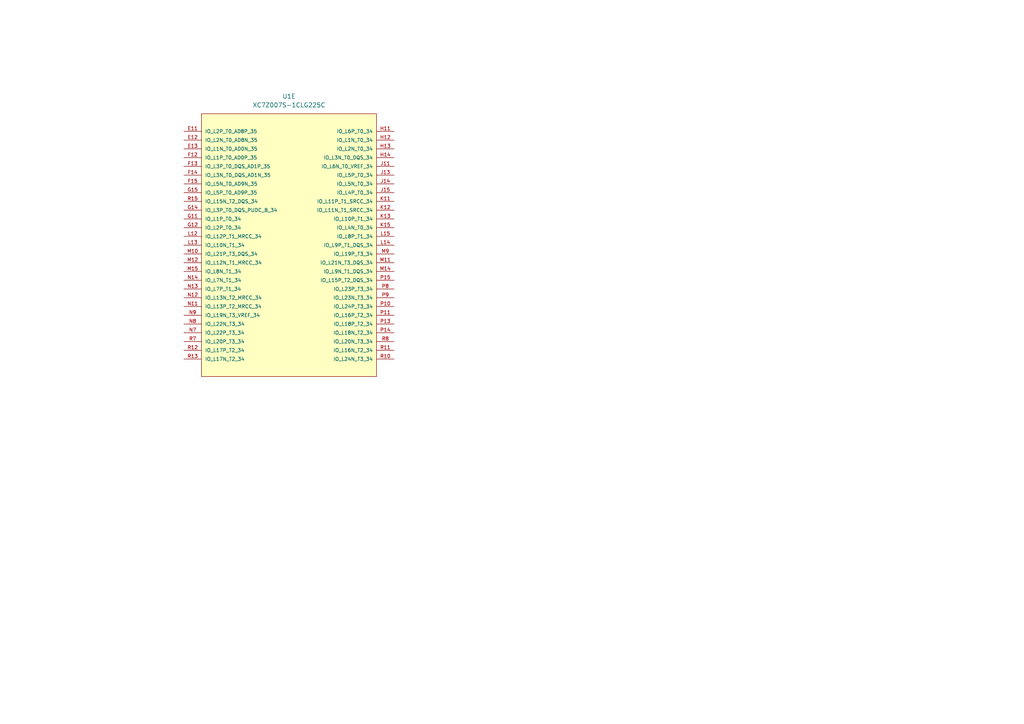
<source format=kicad_sch>
(kicad_sch (version 20231120) (generator "eeschema") (generator_version "8.0")
  (paper "A4")
  (lib_symbols
    (symbol "XC7Z007S-1CLG225C:XC7Z007S-1CLG225C" (pin_names (offset 1.016))
      (property "Reference" "U" (at -20.4724 32.4612 0))
      (property "Value" "XC7Z007S-1CLG225C" (at -20.447 -31.8262 0))
      (symbol "XC7Z007S-1CLG225C_1_0"
        (rectangle (start -20.32 -27.94) (end 22.86 30.48) (stroke (width 0.1524)) (fill (type background)))
        (pin power_in line (at 27.94 25.4 180) (length 5.08) (name "VCCO_MIO0_500(1)") (number "A6"))
        (pin power_in line (at 27.94 20.32 180) (length 5.08) (name "VCCO_MIO1_501(1)") (number "B13"))
        (pin power_in line (at 27.94 -12.7 180) (length 5.08) (name "VCCO_DDR_502(1)") (number "B3"))
        (pin power_in line (at 27.94 17.78 180) (length 5.08) (name "VCCO_MIO1_501(2)") (number "C10"))
        (pin power_in line (at 27.94 22.86 180) (length 5.08) (name "VCCO_MIO0_500(2)") (number "D7"))
        (pin power_in line (at -25.4 25.4 0) (length 5.08) (name "VCCINT(1)") (number "E10"))
        (pin power_in line (at 27.94 15.24 180) (length 5.08) (name "VCCO_MIO1_501(3)") (number "E14"))
        (pin power_in line (at 27.94 -15.24 180) (length 5.08) (name "VCCO_DDR_502(2)") (number "E4"))
        (pin power_in line (at -25.4 -25.4 0) (length 5.08) (name "VCCBATT_0") (number "E6"))
        (pin power_in line (at 27.94 -17.78 180) (length 5.08) (name "VCCO_DDR_502(3)") (number "F1"))
        (pin power_in line (at 27.94 -5.08 180) (length 5.08) (name "VCCO_35(1)") (number "F11"))
        (pin power_in line (at -25.4 -7.62 0) (length 5.08) (name "VCCPLL") (number "F5"))
        (pin power_in line (at -25.4 -5.08 0) (length 5.08) (name "VCCADC_0") (number "F7"))
        (pin power_in line (at -25.4 22.86 0) (length 5.08) (name "VCCINT(2)") (number "F9"))
        (pin power_in line (at -25.4 20.32 0) (length 5.08) (name "VCCINT(3)") (number "G10"))
        (pin power_in line (at -25.4 2.54 0) (length 5.08) (name "RSVDVCC1") (number "G4"))
        (pin power_in line (at -25.4 17.78 0) (length 5.08) (name "VCCPINT(1)") (number "G6"))
        (pin power_in line (at 27.94 -7.62 180) (length 5.08) (name "VCCO_35(2)") (number "H15"))
        (pin power_in line (at -25.4 -2.54 0) (length 5.08) (name "RSVDVCC3") (number "H4"))
        (pin power_in line (at -25.4 15.24 0) (length 5.08) (name "VCCPINT(2)") (number "H5"))
        (pin power_in line (at -25.4 -12.7 0) (length 5.08) (name "VCCAUX(1)") (number "H9"))
        (pin power_in line (at -25.4 10.16 0) (length 5.08) (name "VCCINT(4)") (number "J10"))
        (pin power_in line (at 27.94 7.62 180) (length 5.08) (name "VCCO_34(1)") (number "J12"))
        (pin power_in line (at 27.94 -20.32 180) (length 5.08) (name "VCCO_DDR_502(4)") (number "J2"))
        (pin power_in line (at -25.4 0 0) (length 5.08) (name "RSVDVCC2") (number "J4"))
        (pin power_in line (at -25.4 -20.32 0) (length 5.08) (name "VCCPAUX(1)") (number "J6"))
        (pin power_in line (at -25.4 -15.24 0) (length 5.08) (name "VCCAUX(2)") (number "J8"))
        (pin power_in line (at -25.4 12.7 0) (length 5.08) (name "VCCPINT(3)") (number "K5"))
        (pin power_in line (at 27.94 12.7 180) (length 5.08) (name "VCCO_0") (number "K8"))
        (pin power_in line (at -25.4 -17.78 0) (length 5.08) (name "VCCAUX(3)") (number "K9"))
        (pin power_in line (at -25.4 7.62 0) (length 5.08) (name "VCCINT(5)") (number "L10"))
        (pin power_in line (at -25.4 -22.86 0) (length 5.08) (name "VCCPAUX(2)") (number "L6"))
        (pin power_in line (at 27.94 5.08 180) (length 5.08) (name "VCCO_34(2)") (number "M13"))
        (pin power_in line (at 27.94 -22.86 180) (length 5.08) (name "VCCO_DDR_502(5)") (number "M3"))
        (pin power_in line (at 27.94 2.54 180) (length 5.08) (name "VCCO_34(3)") (number "N10"))
        (pin power_in line (at 27.94 0 180) (length 5.08) (name "VCCO_34(4)") (number "P7"))
        (pin power_in line (at 27.94 -2.54 180) (length 5.08) (name "VCCO_34(5)") (number "R14"))
        (pin power_in line (at 27.94 -25.4 180) (length 5.08) (name "VCCO_DDR_502(6)") (number "R4"))
      )
      (symbol "XC7Z007S-1CLG225C_2_0"
        (rectangle (start -15.24 -20.32) (end 17.78 22.86) (stroke (width 0.1524)) (fill (type background)))
        (pin power_in line (at -20.32 20.32 0) (length 5.08) (name "GND(1)") (number "A1"))
        (pin power_in line (at -20.32 17.78 0) (length 5.08) (name "GND(2)") (number "A11"))
        (pin power_in line (at -20.32 15.24 0) (length 5.08) (name "GND(3)") (number "B8"))
        (pin power_in line (at -20.32 10.16 0) (length 5.08) (name "GND(5)") (number "C15"))
        (pin power_in line (at -20.32 12.7 0) (length 5.08) (name "GND(4)") (number "C5"))
        (pin power_in line (at -20.32 5.08 0) (length 5.08) (name "GND(7)") (number "D12"))
        (pin power_in line (at -20.32 7.62 0) (length 5.08) (name "GND(6)") (number "D2"))
        (pin power_in line (at -20.32 2.54 0) (length 5.08) (name "GND(8)") (number "E5"))
        (pin power_in line (at -20.32 0 0) (length 5.08) (name "GND(9)") (number "E7"))
        (pin power_in line (at -20.32 -2.54 0) (length 5.08) (name "GND(10)") (number "E9"))
        (pin power_in line (at -20.32 -5.08 0) (length 5.08) (name "GND(11)") (number "F10"))
        (pin power_in line (at 22.86 20.32 180) (length 5.08) (name "GNDADC_0") (number "F8"))
        (pin power_in line (at -20.32 -12.7 0) (length 5.08) (name "GND(14)") (number "G13"))
        (pin power_in line (at -20.32 -7.62 0) (length 5.08) (name "GND(12)") (number "G3"))
        (pin power_in line (at -20.32 -10.16 0) (length 5.08) (name "GND(13)") (number "G5"))
        (pin power_in line (at -20.32 -17.78 0) (length 5.08) (name "GND(16)") (number "H10"))
        (pin power_in line (at -20.32 -15.24 0) (length 5.08) (name "GND(15)") (number "H6"))
        (pin power_in line (at 22.86 -17.78 180) (length 5.08) (name "GND(17)") (number "J5"))
        (pin power_in line (at 22.86 -15.24 180) (length 5.08) (name "GND(18)") (number "J9"))
        (pin power_in line (at 22.86 -7.62 180) (length 5.08) (name "GND(21)") (number "K10"))
        (pin power_in line (at 22.86 -5.08 180) (length 5.08) (name "GND(22)") (number "K14"))
        (pin power_in line (at 22.86 -12.7 180) (length 5.08) (name "GND(19)") (number "K4"))
        (pin power_in line (at 22.86 -10.16 180) (length 5.08) (name "GND(20)") (number "K7"))
        (pin power_in line (at 22.86 -2.54 180) (length 5.08) (name "GND(23)") (number "L1"))
        (pin power_in line (at 22.86 2.54 180) (length 5.08) (name "GND(25)") (number "L11"))
        (pin power_in line (at 22.86 0 180) (length 5.08) (name "GND(24)") (number "L5"))
        (pin power_in line (at 22.86 5.08 180) (length 5.08) (name "GND(26)") (number "M8"))
        (pin power_in line (at 22.86 10.16 180) (length 5.08) (name "GND(28)") (number "N15"))
        (pin power_in line (at 22.86 7.62 180) (length 5.08) (name "GND(27)") (number "N5"))
        (pin power_in line (at 22.86 15.24 180) (length 5.08) (name "GND(30)") (number "P12"))
        (pin power_in line (at 22.86 12.7 180) (length 5.08) (name "GND(29)") (number "P2"))
        (pin power_in line (at 22.86 17.78 180) (length 5.08) (name "GND(31)") (number "R9"))
      )
      (symbol "XC7Z007S-1CLG225C_3_0"
        (rectangle (start -22.86 -35.56) (end 27.94 38.1) (stroke (width 0.1524)) (fill (type background)))
        (pin bidirectional line (at -27.94 33.02 0) (length 5.08) (name "PS_DDR_DQ1_502") (number "A2"))
        (pin bidirectional line (at -27.94 30.48 0) (length 5.08) (name "PS_DDR_DQ7_502") (number "A3"))
        (pin bidirectional line (at -27.94 27.94 0) (length 5.08) (name "PS_DDR_DQ5_502") (number "A4"))
        (pin bidirectional line (at -27.94 25.4 0) (length 5.08) (name "PS_DDR_DM0_502") (number "B1"))
        (pin bidirectional line (at -27.94 22.86 0) (length 5.08) (name "PS_DDR_DQS_N0_502") (number "B2"))
        (pin bidirectional line (at -27.94 20.32 0) (length 5.08) (name "PS_DDR_DQ4_502") (number "B4"))
        (pin bidirectional line (at -27.94 17.78 0) (length 5.08) (name "PS_DDR_DQ3_502") (number "C1"))
        (pin bidirectional line (at -27.94 15.24 0) (length 5.08) (name "PS_DDR_DQS_P0_502") (number "C2"))
        (pin bidirectional line (at -27.94 12.7 0) (length 5.08) (name "PS_DDR_DQ6_502") (number "C3"))
        (pin bidirectional line (at -27.94 10.16 0) (length 5.08) (name "PS_DDR_DQ2_502") (number "C4"))
        (pin bidirectional line (at -27.94 7.62 0) (length 5.08) (name "PS_DDR_DQ9_502") (number "D1"))
        (pin bidirectional line (at -27.94 5.08 0) (length 5.08) (name "PS_DDR_DM1_502") (number "D3"))
        (pin bidirectional line (at -27.94 2.54 0) (length 5.08) (name "PS_DDR_DQ0_502") (number "D4"))
        (pin bidirectional line (at -27.94 0 0) (length 5.08) (name "PS_DDR_DQ8_502") (number "E1"))
        (pin bidirectional line (at -27.94 -2.54 0) (length 5.08) (name "PS_DDR_DQ10_502") (number "E2"))
        (pin bidirectional line (at -27.94 -5.08 0) (length 5.08) (name "PS_DDR_DQ11_502") (number "E3"))
        (pin bidirectional line (at -27.94 -7.62 0) (length 5.08) (name "PS_DDR_DQS_N1_502") (number "F2"))
        (pin bidirectional line (at -27.94 -10.16 0) (length 5.08) (name "PS_DDR_DQ12_502") (number "F3"))
        (pin bidirectional line (at -27.94 -12.7 0) (length 5.08) (name "PS_DDR_VREF0_502") (number "F4"))
        (pin bidirectional line (at -27.94 -15.24 0) (length 5.08) (name "PS_DDR_DQ13_502") (number "G1"))
        (pin bidirectional line (at -27.94 -17.78 0) (length 5.08) (name "PS_DDR_DQS_P1_502") (number "G2"))
        (pin bidirectional line (at -27.94 -20.32 0) (length 5.08) (name "PS_DDR_DQ14_502") (number "H1"))
        (pin bidirectional line (at -27.94 -22.86 0) (length 5.08) (name "PS_DDR_DQ15_502") (number "H2"))
        (pin bidirectional line (at -27.94 -25.4 0) (length 5.08) (name "PS_DDR_VRP_502") (number "H3"))
        (pin bidirectional line (at -27.94 -27.94 0) (length 5.08) (name "PS_DDR_A10_502") (number "J1"))
        (pin bidirectional line (at -27.94 -30.48 0) (length 5.08) (name "PS_DDR_VRN_502") (number "J3"))
        (pin bidirectional line (at 33.02 33.02 180) (length 5.08) (name "PS_DDR_A14_502") (number "K1"))
        (pin bidirectional line (at 33.02 30.48 180) (length 5.08) (name "PS_DDR_A13_502") (number "K2"))
        (pin bidirectional line (at 33.02 27.94 180) (length 5.08) (name "PS_DDR_ODT_502") (number "K3"))
        (pin bidirectional line (at 33.02 25.4 180) (length 5.08) (name "PS_DDR_A11_502") (number "L2"))
        (pin bidirectional line (at 33.02 7.62 180) (length 5.08) (name "PS_DDR_CKE_502") (number "L3"))
        (pin bidirectional line (at 33.02 22.86 180) (length 5.08) (name "PS_DDR_DRST_B_502") (number "L4"))
        (pin bidirectional line (at 33.02 20.32 180) (length 5.08) (name "PS_DDR_A2_502") (number "M1"))
        (pin bidirectional line (at 33.02 17.78 180) (length 5.08) (name "PS_DDR_A12_502") (number "M2"))
        (pin bidirectional line (at 33.02 15.24 180) (length 5.08) (name "PS_DDR_A3_502") (number "M4"))
        (pin bidirectional line (at 33.02 12.7 180) (length 5.08) (name "PS_DDR_A7_502") (number "M5"))
        (pin bidirectional line (at 33.02 10.16 180) (length 5.08) (name "PS_DDR_BA0_502") (number "M6"))
        (pin bidirectional line (at 33.02 5.08 180) (length 5.08) (name "PS_DDR_A1_502") (number "N1"))
        (pin bidirectional line (at 33.02 2.54 180) (length 5.08) (name "PS_DDR_CKN_502") (number "N2"))
        (pin bidirectional line (at 33.02 0 180) (length 5.08) (name "PS_DDR_CKP_502") (number "N3"))
        (pin bidirectional line (at 33.02 -2.54 180) (length 5.08) (name "PS_DDR_A9_502") (number "N4"))
        (pin bidirectional line (at 33.02 -5.08 180) (length 5.08) (name "PS_DDR_BA2_502") (number "N6"))
        (pin bidirectional line (at 33.02 -17.78 180) (length 5.08) (name "PS_DDR_A0_502") (number "P1"))
        (pin bidirectional line (at 33.02 -15.24 180) (length 5.08) (name "PS_DDR_A4_502") (number "P3"))
        (pin bidirectional line (at 33.02 -12.7 180) (length 5.08) (name "PS_DDR_A5_502") (number "P4"))
        (pin bidirectional line (at 33.02 -10.16 180) (length 5.08) (name "PS_DDR_A6_502") (number "P5"))
        (pin bidirectional line (at 33.02 -7.62 180) (length 5.08) (name "PS_DDR_A8_502") (number "P6"))
        (pin bidirectional line (at 33.02 -30.48 180) (length 5.08) (name "PS_DDR_BA1_502") (number "R1"))
        (pin bidirectional line (at 33.02 -27.94 180) (length 5.08) (name "PS_DDR_CS_B_502") (number "R2"))
        (pin bidirectional line (at 33.02 -25.4 180) (length 5.08) (name "PS_DDR_WE_B_502") (number "R3"))
        (pin bidirectional line (at 33.02 -22.86 180) (length 5.08) (name "PS_DDR_CAS_B_502") (number "R5"))
        (pin bidirectional line (at 33.02 -20.32 180) (length 5.08) (name "PS_DDR_RAS_B_502") (number "R6"))
      )
      (symbol "XC7Z007S-1CLG225C_4_0"
        (rectangle (start -22.86 -35.56) (end 20.32 35.56) (stroke (width 0.1524)) (fill (type background)))
        (pin bidirectional line (at -27.94 20.32 0) (length 5.08) (name "PS_MIO6_500") (number "A10"))
        (pin bidirectional line (at -27.94 17.78 0) (length 5.08) (name "PS_MIO52_501") (number "A12"))
        (pin bidirectional line (at -27.94 15.24 0) (length 5.08) (name "PS_MIO38_501") (number "A13"))
        (pin bidirectional line (at -27.94 12.7 0) (length 5.08) (name "PS_MIO35_501") (number "A14"))
        (pin bidirectional line (at -27.94 10.16 0) (length 5.08) (name "PS_MIO28_501") (number "A15"))
        (pin bidirectional line (at -27.94 30.48 0) (length 5.08) (name "PS_MIO1_500") (number "A5"))
        (pin bidirectional line (at -27.94 27.94 0) (length 5.08) (name "PS_MIO3_500") (number "A7"))
        (pin bidirectional line (at -27.94 25.4 0) (length 5.08) (name "PS_MIO2_500") (number "A8"))
        (pin bidirectional line (at -27.94 22.86 0) (length 5.08) (name "PS_MIO5_500") (number "A9"))
        (pin bidirectional line (at -27.94 -2.54 0) (length 5.08) (name "PS_MIO11_500") (number "B10"))
        (pin bidirectional line (at 25.4 -10.16 180) (length 5.08) (name "PS_SRST_B_501") (number "B11"))
        (pin bidirectional line (at -27.94 -7.62 0) (length 5.08) (name "PS_MIO48_501") (number "B12"))
        (pin bidirectional line (at -27.94 -10.16 0) (length 5.08) (name "PS_MIO36_501") (number "B14"))
        (pin bidirectional line (at -27.94 -12.7 0) (length 5.08) (name "PS_MIO30_501") (number "B15"))
        (pin bidirectional line (at -27.94 7.62 0) (length 5.08) (name "PS_MIO9_500") (number "B5"))
        (pin bidirectional line (at -27.94 5.08 0) (length 5.08) (name "PS_MIO8_500") (number "B6"))
        (pin bidirectional line (at -27.94 2.54 0) (length 5.08) (name "PS_MIO12_500") (number "B7"))
        (pin bidirectional line (at -27.94 0 0) (length 5.08) (name "PS_MIO14_500") (number "B9"))
        (pin bidirectional line (at -27.94 -15.24 0) (length 5.08) (name "PS_MIO33_501") (number "C11"))
        (pin bidirectional line (at -27.94 -17.78 0) (length 5.08) (name "PS_MIO31_501") (number "C12"))
        (pin bidirectional line (at -27.94 -20.32 0) (length 5.08) (name "PS_MIO53_501") (number "C13"))
        (pin bidirectional line (at -27.94 -22.86 0) (length 5.08) (name "PS_MIO37_501") (number "C14"))
        (pin bidirectional line (at -27.94 -5.08 0) (length 5.08) (name "PS_MIO13_500") (number "C6"))
        (pin bidirectional clock (at 25.4 -7.62 180) (length 5.08) (name "PS_CLK_500") (number "C7"))
        (pin bidirectional line (at 25.4 -15.24 180) (length 5.08) (name "PS_MIO4_500") (number "C8"))
        (pin bidirectional line (at 25.4 15.24 180) (length 5.08) (name "PS_POR_B_500") (number "C9"))
        (pin bidirectional line (at 25.4 -30.48 180) (length 5.08) (name "PS_MIO15_500") (number "D10"))
        (pin bidirectional line (at 25.4 -27.94 180) (length 5.08) (name "PS_MIO29_501") (number "D11"))
        (pin bidirectional line (at 25.4 -25.4 180) (length 5.08) (name "PS_MIO49_501") (number "D13"))
        (pin bidirectional line (at 25.4 -22.86 180) (length 5.08) (name "PS_MIO39_501") (number "D14"))
        (pin bidirectional line (at -27.94 -30.48 0) (length 5.08) (name "PS_MIO34_501") (number "D15"))
        (pin bidirectional line (at 25.4 0 180) (length 5.08) (name "INIT_B_0") (number "D5"))
        (pin bidirectional line (at -27.94 -27.94 0) (length 5.08) (name "PS_MIO10_500") (number "D6"))
        (pin bidirectional line (at -27.94 -25.4 0) (length 5.08) (name "PS_MIO0_500") (number "D8"))
        (pin bidirectional line (at 25.4 -20.32 180) (length 5.08) (name "PS_MIO7_500") (number "D9"))
        (pin bidirectional line (at 25.4 -17.78 180) (length 5.08) (name "PS_MIO32_501") (number "E15"))
        (pin bidirectional line (at 25.4 5.08 180) (length 5.08) (name "RSVDGND") (number "E8"))
        (pin bidirectional line (at 25.4 -2.54 180) (length 5.08) (name "CFGBVS_0") (number "F6"))
        (pin bidirectional line (at 25.4 7.62 180) (length 5.08) (name "VP_0") (number "G7"))
        (pin bidirectional line (at 25.4 10.16 180) (length 5.08) (name "VREFN_0") (number "G8"))
        (pin bidirectional line (at 25.4 12.7 180) (length 5.08) (name "TCK_0") (number "G9"))
        (pin bidirectional line (at 25.4 20.32 180) (length 5.08) (name "VREFP_0") (number "H7"))
        (pin bidirectional line (at 25.4 22.86 180) (length 5.08) (name "VN_0") (number "H8"))
        (pin bidirectional line (at 25.4 2.54 180) (length 5.08) (name "DXP_0") (number "J7"))
        (pin bidirectional line (at 25.4 -5.08 180) (length 5.08) (name "PROGRAM_B_0") (number "K6"))
        (pin bidirectional line (at 25.4 25.4 180) (length 5.08) (name "TDI_0") (number "L7"))
        (pin bidirectional line (at 25.4 27.94 180) (length 5.08) (name "TDO_0") (number "L8"))
        (pin bidirectional line (at 25.4 30.48 180) (length 5.08) (name "TMS_0") (number "L9"))
        (pin bidirectional line (at 25.4 17.78 180) (length 5.08) (name "DONE_0") (number "M7"))
      )
      (symbol "XC7Z007S-1CLG225C_5_0"
        (rectangle (start -25.4 -40.64) (end 25.4 35.56) (stroke (width 0.1524)) (fill (type background)))
        (pin bidirectional line (at -30.48 30.48 0) (length 5.08) (name "IO_L2P_T0_AD8P_35") (number "E11"))
        (pin bidirectional line (at -30.48 27.94 0) (length 5.08) (name "IO_L2N_T0_AD8N_35") (number "E12"))
        (pin bidirectional line (at -30.48 25.4 0) (length 5.08) (name "IO_L1N_T0_AD0N_35") (number "E13"))
        (pin bidirectional line (at -30.48 22.86 0) (length 5.08) (name "IO_L1P_T0_AD0P_35") (number "F12"))
        (pin bidirectional line (at -30.48 20.32 0) (length 5.08) (name "IO_L3P_T0_DQS_AD1P_35") (number "F13"))
        (pin bidirectional line (at -30.48 17.78 0) (length 5.08) (name "IO_L3N_T0_DQS_AD1N_35") (number "F14"))
        (pin bidirectional line (at -30.48 15.24 0) (length 5.08) (name "IO_L5N_T0_AD9N_35") (number "F15"))
        (pin bidirectional line (at -30.48 5.08 0) (length 5.08) (name "IO_L1P_T0_34") (number "G11"))
        (pin bidirectional line (at -30.48 2.54 0) (length 5.08) (name "IO_L2P_T0_34") (number "G12"))
        (pin bidirectional line (at -30.48 7.62 0) (length 5.08) (name "IO_L3P_T0_DQS_PUDC_B_34") (number "G14"))
        (pin bidirectional line (at -30.48 12.7 0) (length 5.08) (name "IO_L5P_T0_AD9P_35") (number "G15"))
        (pin bidirectional line (at 30.48 30.48 180) (length 5.08) (name "IO_L6P_T0_34") (number "H11"))
        (pin bidirectional line (at 30.48 27.94 180) (length 5.08) (name "IO_L1N_T0_34") (number "H12"))
        (pin bidirectional line (at 30.48 25.4 180) (length 5.08) (name "IO_L2N_T0_34") (number "H13"))
        (pin bidirectional line (at 30.48 22.86 180) (length 5.08) (name "IO_L3N_T0_DQS_34") (number "H14"))
        (pin bidirectional line (at 30.48 20.32 180) (length 5.08) (name "IO_L6N_T0_VREF_34") (number "J11"))
        (pin bidirectional line (at 30.48 17.78 180) (length 5.08) (name "IO_L5P_T0_34") (number "J13"))
        (pin bidirectional line (at 30.48 15.24 180) (length 5.08) (name "IO_L5N_T0_34") (number "J14"))
        (pin bidirectional line (at 30.48 12.7 180) (length 5.08) (name "IO_L4P_T0_34") (number "J15"))
        (pin bidirectional line (at 30.48 10.16 180) (length 5.08) (name "IO_L11P_T1_SRCC_34") (number "K11"))
        (pin bidirectional line (at 30.48 7.62 180) (length 5.08) (name "IO_L11N_T1_SRCC_34") (number "K12"))
        (pin bidirectional line (at 30.48 5.08 180) (length 5.08) (name "IO_L10P_T1_34") (number "K13"))
        (pin bidirectional line (at 30.48 2.54 180) (length 5.08) (name "IO_L4N_T0_34") (number "K15"))
        (pin bidirectional line (at -30.48 0 0) (length 5.08) (name "IO_L12P_T1_MRCC_34") (number "L12"))
        (pin bidirectional line (at -30.48 -2.54 0) (length 5.08) (name "IO_L10N_T1_34") (number "L13"))
        (pin bidirectional line (at 30.48 -2.54 180) (length 5.08) (name "IO_L9P_T1_DQS_34") (number "L14"))
        (pin bidirectional line (at 30.48 0 180) (length 5.08) (name "IO_L8P_T1_34") (number "L15"))
        (pin bidirectional line (at -30.48 -5.08 0) (length 5.08) (name "IO_L21P_T3_DQS_34") (number "M10"))
        (pin bidirectional line (at 30.48 -7.62 180) (length 5.08) (name "IO_L21N_T3_DQS_34") (number "M11"))
        (pin bidirectional line (at -30.48 -7.62 0) (length 5.08) (name "IO_L12N_T1_MRCC_34") (number "M12"))
        (pin bidirectional line (at 30.48 -10.16 180) (length 5.08) (name "IO_L9N_T1_DQS_34") (number "M14"))
        (pin bidirectional line (at -30.48 -10.16 0) (length 5.08) (name "IO_L8N_T1_34") (number "M15"))
        (pin bidirectional line (at 30.48 -5.08 180) (length 5.08) (name "IO_L19P_T3_34") (number "M9"))
        (pin bidirectional line (at -30.48 -20.32 0) (length 5.08) (name "IO_L13P_T2_MRCC_34") (number "N11"))
        (pin bidirectional line (at -30.48 -17.78 0) (length 5.08) (name "IO_L13N_T2_MRCC_34") (number "N12"))
        (pin bidirectional line (at -30.48 -15.24 0) (length 5.08) (name "IO_L7P_T1_34") (number "N13"))
        (pin bidirectional line (at -30.48 -12.7 0) (length 5.08) (name "IO_L7N_T1_34") (number "N14"))
        (pin bidirectional line (at -30.48 -27.94 0) (length 5.08) (name "IO_L22P_T3_34") (number "N7"))
        (pin bidirectional line (at -30.48 -25.4 0) (length 5.08) (name "IO_L22N_T3_34") (number "N8"))
        (pin bidirectional line (at -30.48 -22.86 0) (length 5.08) (name "IO_L19N_T3_VREF_34") (number "N9"))
        (pin bidirectional line (at 30.48 -20.32 180) (length 5.08) (name "IO_L24P_T3_34") (number "P10"))
        (pin bidirectional line (at 30.48 -22.86 180) (length 5.08) (name "IO_L16P_T2_34") (number "P11"))
        (pin bidirectional line (at 30.48 -25.4 180) (length 5.08) (name "IO_L18P_T2_34") (number "P13"))
        (pin bidirectional line (at 30.48 -27.94 180) (length 5.08) (name "IO_L18N_T2_34") (number "P14"))
        (pin bidirectional line (at 30.48 -12.7 180) (length 5.08) (name "IO_L15P_T2_DQS_34") (number "P15"))
        (pin bidirectional line (at 30.48 -15.24 180) (length 5.08) (name "IO_L23P_T3_34") (number "P8"))
        (pin bidirectional line (at 30.48 -17.78 180) (length 5.08) (name "IO_L23N_T3_34") (number "P9"))
        (pin bidirectional line (at 30.48 -35.56 180) (length 5.08) (name "IO_L24N_T3_34") (number "R10"))
        (pin bidirectional line (at 30.48 -33.02 180) (length 5.08) (name "IO_L16N_T2_34") (number "R11"))
        (pin bidirectional line (at -30.48 -33.02 0) (length 5.08) (name "IO_L17P_T2_34") (number "R12"))
        (pin bidirectional line (at -30.48 -35.56 0) (length 5.08) (name "IO_L17N_T2_34") (number "R13"))
        (pin bidirectional line (at -30.48 10.16 0) (length 5.08) (name "IO_L15N_T2_DQS_34") (number "R15"))
        (pin bidirectional line (at -30.48 -30.48 0) (length 5.08) (name "IO_L20P_T3_34") (number "R7"))
        (pin bidirectional line (at 30.48 -30.48 180) (length 5.08) (name "IO_L20N_T3_34") (number "R8"))
      )
    )
  )
  (symbol (lib_id "XC7Z007S-1CLG225C:XC7Z007S-1CLG225C") (at 83.82 68.58 0) (unit 5)
    (property "Reference" "U1" (at 83.82 27.94 0))
    (property "Value" "XC7Z007S-1CLG225C" (at 83.82 30.48 0))
    (property "Footprint" "BGA225C80P15X15_1300X1300X150" (effects (hide yes)))
    (property "MF" "Xilinx Inc." (effects (hide yes)))
    (property "DESCRIPTION" "FPGA Zynq-7000 Family 23000 Cells 667MHz 28nm 1V 225-Pin WCBGA Tray" (effects (hide yes)))
    (property "PACKAGE" "CSPBGA-225 Xilinx" (effects (hide yes)))
    (property "PRICE" "42.41 USD" (effects (hide yes)))
    (property "Package" "CSPBGA-225 Xilinx" (effects (hide yes)))
    (property "Check_prices" "https://www.snapeda.com/parts/XC7Z007S-1CLG225C/Xilinx/view-part/?ref=eda" (effects (hide yes)))
    (property "Price" "None" (effects (hide yes)))
    (property "SnapEDA_Link" "https://www.snapeda.com/parts/XC7Z007S-1CLG225C/Xilinx/view-part/?ref=snap" (effects (hide yes)))
    (property "MP" "XC7Z007S-1CLG225C" (effects (hide yes)))
    (property "Description_1" "\\n                        \\n                            Single ARM® Cortex®-A9 MPCore™ with CoreSight™ System On Chip (SOC) IC Zynq®-7000 Artix™-7 FPGA, 23K Logic Cells   667MHz 225-CSPBGA (13x13)\\n                        \\n" (effects (hide yes)))
    (property "Availability" "In Stock" (effects (hide yes)))
    (property "AVAILABILITY" "Bad" (effects (hide yes)))
    (property "MANUFACTURER" "Xilinx" (effects (hide yes)))
  )
)
</source>
